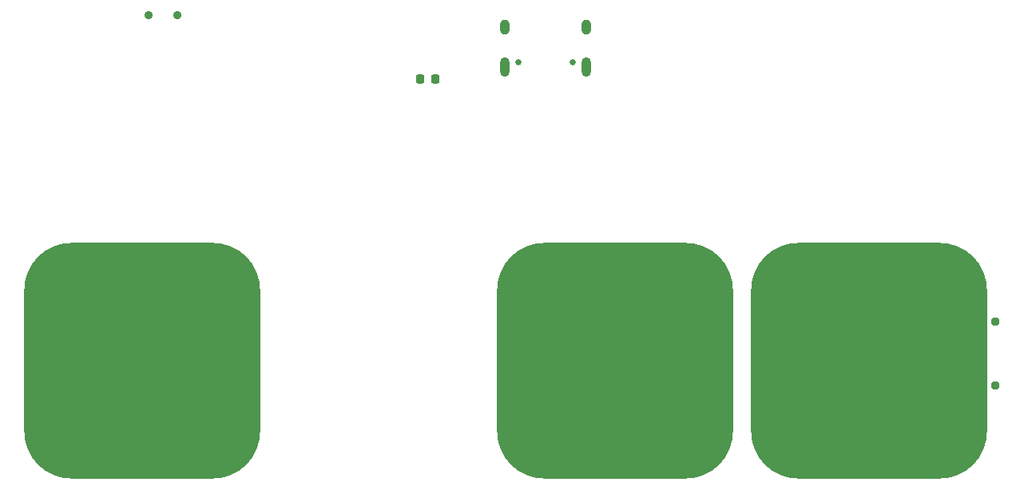
<source format=gbs>
G04 #@! TF.GenerationSoftware,KiCad,Pcbnew,8.0.0*
G04 #@! TF.CreationDate,2024-03-25T15:19:01-04:00*
G04 #@! TF.ProjectId,ecg_board,6563675f-626f-4617-9264-2e6b69636164,rev?*
G04 #@! TF.SameCoordinates,Original*
G04 #@! TF.FileFunction,Soldermask,Bot*
G04 #@! TF.FilePolarity,Negative*
%FSLAX46Y46*%
G04 Gerber Fmt 4.6, Leading zero omitted, Abs format (unit mm)*
G04 Created by KiCad (PCBNEW 8.0.0) date 2024-03-25 15:19:01*
%MOMM*%
%LPD*%
G01*
G04 APERTURE LIST*
G04 Aperture macros list*
%AMRoundRect*
0 Rectangle with rounded corners*
0 $1 Rounding radius*
0 $2 $3 $4 $5 $6 $7 $8 $9 X,Y pos of 4 corners*
0 Add a 4 corners polygon primitive as box body*
4,1,4,$2,$3,$4,$5,$6,$7,$8,$9,$2,$3,0*
0 Add four circle primitives for the rounded corners*
1,1,$1+$1,$2,$3*
1,1,$1+$1,$4,$5*
1,1,$1+$1,$6,$7*
1,1,$1+$1,$8,$9*
0 Add four rect primitives between the rounded corners*
20,1,$1+$1,$2,$3,$4,$5,0*
20,1,$1+$1,$4,$5,$6,$7,0*
20,1,$1+$1,$6,$7,$8,$9,0*
20,1,$1+$1,$8,$9,$2,$3,0*%
G04 Aperture macros list end*
%ADD10C,0.650000*%
%ADD11O,1.000000X2.100000*%
%ADD12O,1.000000X1.600000*%
%ADD13C,0.950000*%
%ADD14C,0.900000*%
%ADD15RoundRect,0.218750X0.218750X0.256250X-0.218750X0.256250X-0.218750X-0.256250X0.218750X-0.256250X0*%
%ADD16RoundRect,5.000000X7.500000X7.500000X-7.500000X7.500000X-7.500000X-7.500000X7.500000X-7.500000X0*%
G04 APERTURE END LIST*
D10*
X152815000Y-65425000D03*
X147035000Y-65425000D03*
D11*
X154245000Y-65925000D03*
D12*
X154245000Y-61745000D03*
D11*
X145605000Y-65925000D03*
D12*
X145605000Y-61745000D03*
D13*
X197617500Y-99775000D03*
X197617500Y-92975000D03*
D14*
X110900000Y-60500000D03*
X107900000Y-60500000D03*
D15*
X138250000Y-67250000D03*
X136675000Y-67250000D03*
D16*
X157300000Y-97100000D03*
X184200000Y-97100000D03*
X107200000Y-97100000D03*
M02*

</source>
